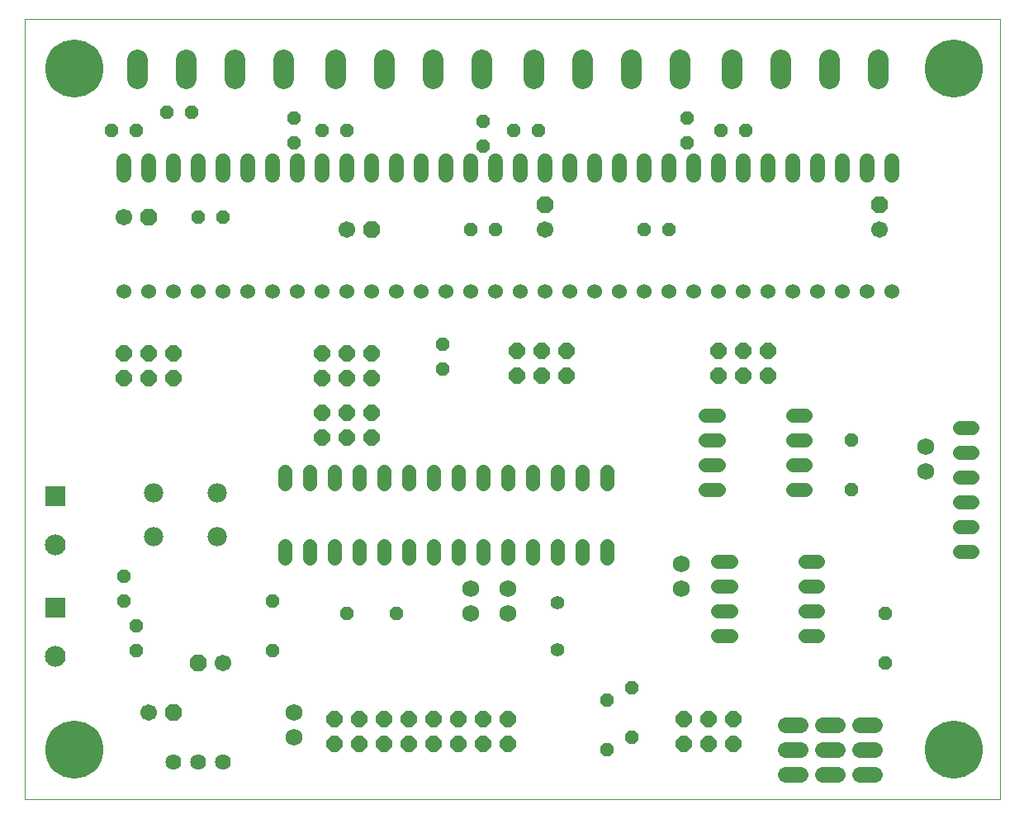
<source format=gts>
G75*
G70*
%OFA0B0*%
%FSLAX24Y24*%
%IPPOS*%
%LPD*%
%AMOC8*
5,1,8,0,0,1.08239X$1,22.5*
%
%ADD10C,0.0000*%
%ADD11C,0.0560*%
%ADD12C,0.0600*%
%ADD13C,0.0600*%
%ADD14OC8,0.0640*%
%ADD15OC8,0.0560*%
%ADD16OC8,0.0670*%
%ADD17C,0.0670*%
%ADD18R,0.0840X0.0840*%
%ADD19C,0.0840*%
%ADD20C,0.0640*%
%ADD21C,0.0690*%
%ADD22C,0.0560*%
%ADD23C,0.0780*%
%ADD24C,0.2340*%
%ADD25C,0.0820*%
%ADD26C,0.0640*%
D10*
X000189Y000550D02*
X000189Y032046D01*
X039559Y032046D01*
X039559Y000550D01*
X000189Y000550D01*
D11*
X010689Y010290D02*
X010689Y010810D01*
X011689Y010810D02*
X011689Y010290D01*
X012689Y010290D02*
X012689Y010810D01*
X013689Y010810D02*
X013689Y010290D01*
X014689Y010290D02*
X014689Y010810D01*
X015689Y010810D02*
X015689Y010290D01*
X016689Y010290D02*
X016689Y010810D01*
X017689Y010810D02*
X017689Y010290D01*
X018689Y010290D02*
X018689Y010810D01*
X019689Y010810D02*
X019689Y010290D01*
X020689Y010290D02*
X020689Y010810D01*
X021689Y010810D02*
X021689Y010290D01*
X022689Y010290D02*
X022689Y010810D01*
X023689Y010810D02*
X023689Y010290D01*
X023689Y013290D02*
X023689Y013810D01*
X022689Y013810D02*
X022689Y013290D01*
X021689Y013290D02*
X021689Y013810D01*
X020689Y013810D02*
X020689Y013290D01*
X019689Y013290D02*
X019689Y013810D01*
X018689Y013810D02*
X018689Y013290D01*
X017689Y013290D02*
X017689Y013810D01*
X016689Y013810D02*
X016689Y013290D01*
X015689Y013290D02*
X015689Y013810D01*
X014689Y013810D02*
X014689Y013290D01*
X013689Y013290D02*
X013689Y013810D01*
X012689Y013810D02*
X012689Y013290D01*
X011689Y013290D02*
X011689Y013810D01*
X010689Y013810D02*
X010689Y013290D01*
X027669Y013050D02*
X028189Y013050D01*
X028189Y014050D02*
X027669Y014050D01*
X027669Y015050D02*
X028189Y015050D01*
X028189Y016050D02*
X027669Y016050D01*
X031189Y016050D02*
X031709Y016050D01*
X031709Y015050D02*
X031189Y015050D01*
X031189Y014050D02*
X031709Y014050D01*
X031709Y013050D02*
X031189Y013050D01*
X031689Y010175D02*
X032209Y010175D01*
X032209Y009175D02*
X031689Y009175D01*
X031689Y008175D02*
X032209Y008175D01*
X032209Y007175D02*
X031689Y007175D01*
X028689Y007175D02*
X028169Y007175D01*
X028169Y008175D02*
X028689Y008175D01*
X028689Y009175D02*
X028169Y009175D01*
X028169Y010175D02*
X028689Y010175D01*
X037929Y010550D02*
X038449Y010550D01*
X038449Y011550D02*
X037929Y011550D01*
X037929Y012550D02*
X038449Y012550D01*
X038449Y013550D02*
X037929Y013550D01*
X037929Y014550D02*
X038449Y014550D01*
X038449Y015550D02*
X037929Y015550D01*
D12*
X035189Y021050D03*
X034189Y021050D03*
X033189Y021050D03*
X032189Y021050D03*
X031189Y021050D03*
X030189Y021050D03*
X029189Y021050D03*
X028189Y021050D03*
X027189Y021050D03*
X026189Y021050D03*
X025189Y021050D03*
X024189Y021050D03*
X023189Y021050D03*
X022189Y021050D03*
X021189Y021050D03*
X020189Y021050D03*
X019189Y021050D03*
X018189Y021050D03*
X017189Y021050D03*
X016189Y021050D03*
X015189Y021050D03*
X014189Y021050D03*
X013189Y021050D03*
X012189Y021050D03*
X011189Y021050D03*
X010189Y021050D03*
X009189Y021050D03*
X008189Y021050D03*
X007189Y021050D03*
X006189Y021050D03*
X005189Y021050D03*
X004189Y021050D03*
D13*
X004189Y025770D02*
X004189Y026330D01*
X005189Y026330D02*
X005189Y025770D01*
X006189Y025770D02*
X006189Y026330D01*
X007189Y026330D02*
X007189Y025770D01*
X008189Y025770D02*
X008189Y026330D01*
X009189Y026330D02*
X009189Y025770D01*
X010189Y025770D02*
X010189Y026330D01*
X011189Y026330D02*
X011189Y025770D01*
X012189Y025770D02*
X012189Y026330D01*
X013189Y026330D02*
X013189Y025770D01*
X014189Y025770D02*
X014189Y026330D01*
X015189Y026330D02*
X015189Y025770D01*
X016189Y025770D02*
X016189Y026330D01*
X017189Y026330D02*
X017189Y025770D01*
X018189Y025770D02*
X018189Y026330D01*
X019189Y026330D02*
X019189Y025770D01*
X020189Y025770D02*
X020189Y026330D01*
X021189Y026330D02*
X021189Y025770D01*
X022189Y025770D02*
X022189Y026330D01*
X023189Y026330D02*
X023189Y025770D01*
X024189Y025770D02*
X024189Y026330D01*
X025189Y026330D02*
X025189Y025770D01*
X026189Y025770D02*
X026189Y026330D01*
X027189Y026330D02*
X027189Y025770D01*
X028189Y025770D02*
X028189Y026330D01*
X029189Y026330D02*
X029189Y025770D01*
X030189Y025770D02*
X030189Y026330D01*
X031189Y026330D02*
X031189Y025770D01*
X032189Y025770D02*
X032189Y026330D01*
X033189Y026330D02*
X033189Y025770D01*
X034189Y025770D02*
X034189Y026330D01*
X035189Y026330D02*
X035189Y025770D01*
D14*
X030189Y018675D03*
X029189Y018675D03*
X028189Y018675D03*
X028189Y017675D03*
X029189Y017675D03*
X030189Y017675D03*
X022064Y017675D03*
X021064Y017675D03*
X020064Y017675D03*
X020064Y018675D03*
X021064Y018675D03*
X022064Y018675D03*
X014189Y018550D03*
X013189Y018550D03*
X012189Y018550D03*
X012189Y017550D03*
X013189Y017550D03*
X014189Y017550D03*
X014189Y016175D03*
X013189Y016175D03*
X012189Y016175D03*
X012189Y015175D03*
X013189Y015175D03*
X014189Y015175D03*
X006189Y017550D03*
X005189Y017550D03*
X004189Y017550D03*
X004189Y018550D03*
X005189Y018550D03*
X006189Y018550D03*
X012689Y003800D03*
X012689Y002800D03*
X013689Y002800D03*
X014689Y002800D03*
X014689Y003800D03*
X013689Y003800D03*
X015689Y003800D03*
X016689Y003800D03*
X016689Y002800D03*
X015689Y002800D03*
X017689Y002800D03*
X018689Y002800D03*
X018689Y003800D03*
X017689Y003800D03*
X019689Y003800D03*
X019689Y002800D03*
X026814Y002800D03*
X027814Y002800D03*
X027814Y003800D03*
X026814Y003800D03*
X028814Y003800D03*
X028814Y002800D03*
D15*
X024689Y003050D03*
X023689Y002550D03*
X023689Y004550D03*
X024689Y005050D03*
X015189Y008050D03*
X013189Y008050D03*
X010189Y008550D03*
X010189Y006550D03*
X004689Y006550D03*
X004689Y007550D03*
X004189Y008550D03*
X004189Y009550D03*
X017064Y017925D03*
X017064Y018925D03*
X018189Y023550D03*
X019189Y023550D03*
X018689Y026925D03*
X018689Y027925D03*
X019939Y027550D03*
X020939Y027550D03*
X025189Y023550D03*
X026189Y023550D03*
X026939Y027050D03*
X026939Y028050D03*
X028314Y027550D03*
X029314Y027550D03*
X033564Y015050D03*
X033564Y013050D03*
X034939Y008050D03*
X034939Y006050D03*
X011064Y027050D03*
X011064Y028050D03*
X012189Y027550D03*
X013189Y027550D03*
X008189Y024050D03*
X007189Y024050D03*
X004689Y027550D03*
X003689Y027550D03*
X005939Y028300D03*
X006939Y028300D03*
D16*
X005189Y024050D03*
X014189Y023550D03*
X021189Y024550D03*
X034689Y024550D03*
X007189Y006050D03*
X006189Y004050D03*
D17*
X005189Y004050D03*
X008189Y006050D03*
X013189Y023550D03*
X021189Y023550D03*
X034689Y023550D03*
X004189Y024050D03*
D18*
X001439Y012800D03*
X001439Y008300D03*
D19*
X001439Y006331D03*
X001439Y010831D03*
D20*
X006189Y002050D03*
X007189Y002050D03*
X008189Y002050D03*
D21*
X011064Y003050D03*
X011064Y004050D03*
X018189Y008050D03*
X018189Y009050D03*
X019689Y009050D03*
X019689Y008050D03*
X026689Y009050D03*
X026689Y010050D03*
X036564Y013800D03*
X036564Y014800D03*
D22*
X021689Y008500D03*
X021689Y006600D03*
D23*
X007969Y011160D03*
X007969Y012940D03*
X005409Y012940D03*
X005409Y011160D03*
D24*
X002189Y002550D03*
X002189Y030050D03*
X037689Y030050D03*
X037689Y002550D03*
D25*
X034649Y029660D02*
X034649Y030440D01*
X032669Y030440D02*
X032669Y029660D01*
X030709Y029660D02*
X030709Y030440D01*
X028729Y030440D02*
X028729Y029660D01*
X026649Y029660D02*
X026649Y030440D01*
X024669Y030440D02*
X024669Y029660D01*
X022709Y029660D02*
X022709Y030440D01*
X020729Y030440D02*
X020729Y029660D01*
X018649Y029660D02*
X018649Y030440D01*
X016669Y030440D02*
X016669Y029660D01*
X014709Y029660D02*
X014709Y030440D01*
X012729Y030440D02*
X012729Y029660D01*
X010649Y029660D02*
X010649Y030440D01*
X008669Y030440D02*
X008669Y029660D01*
X006709Y029660D02*
X006709Y030440D01*
X004729Y030440D02*
X004729Y029660D01*
D26*
X030889Y003550D02*
X031489Y003550D01*
X032389Y003550D02*
X032989Y003550D01*
X033889Y003550D02*
X034489Y003550D01*
X034489Y002550D02*
X033889Y002550D01*
X032989Y002550D02*
X032389Y002550D01*
X031489Y002550D02*
X030889Y002550D01*
X030889Y001550D02*
X031489Y001550D01*
X032389Y001550D02*
X032989Y001550D01*
X033889Y001550D02*
X034489Y001550D01*
M02*

</source>
